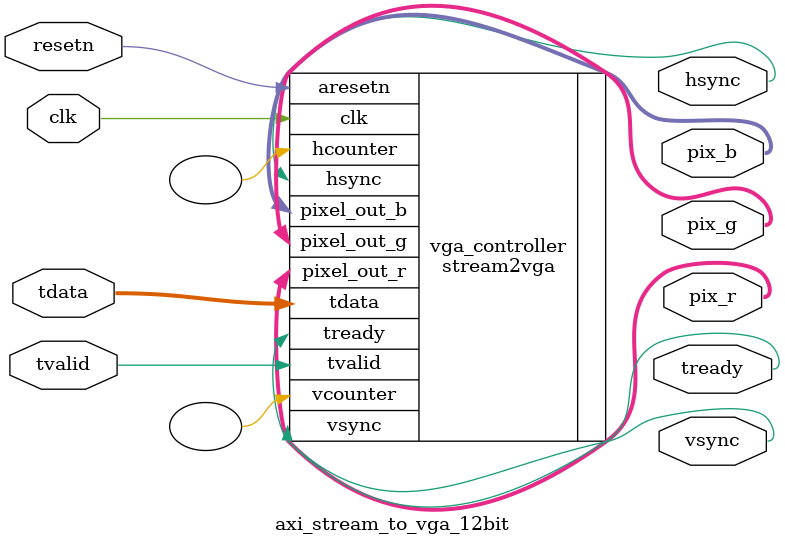
<source format=v>
module axi_stream_to_vga_12bit (
    input        clk,        // 25 MHz pixel clock
    input        resetn,     // Active-low reset
    // AXI-Stream Input Interface
    input [15:0] tdata,      // Pixel data input (R[11:8], G[7:4], B[3:0])
    input        tvalid,     // Data valid signal
    output       tready,     // Data ready signal
    // VGA Output Interface
    output [3:0] pix_r,      // 4-bit Red output
    output [3:0] pix_g,      // 4-bit Green output
    output [3:0] pix_b,      // 4-bit Blue output
    output       hsync,      // Horizontal sync
    output       vsync       // Vertical sync
);

// Instantiate the VGA timing controller
stream2vga vga_controller (
    // Clock and Reset
    .clk(clk),
    .aresetn(resetn),
    .hsync(hsync),
    .vsync(vsync),
    .pixel_out_r(pix_r),
    .pixel_out_g(pix_g),
    .pixel_out_b(pix_b),
    // AXI Stream Interface
    .tdata(tdata),
    .tvalid(tvalid),
    .tready(tready),
    .hcounter(),
    .vcounter()
);

endmodule
</source>
